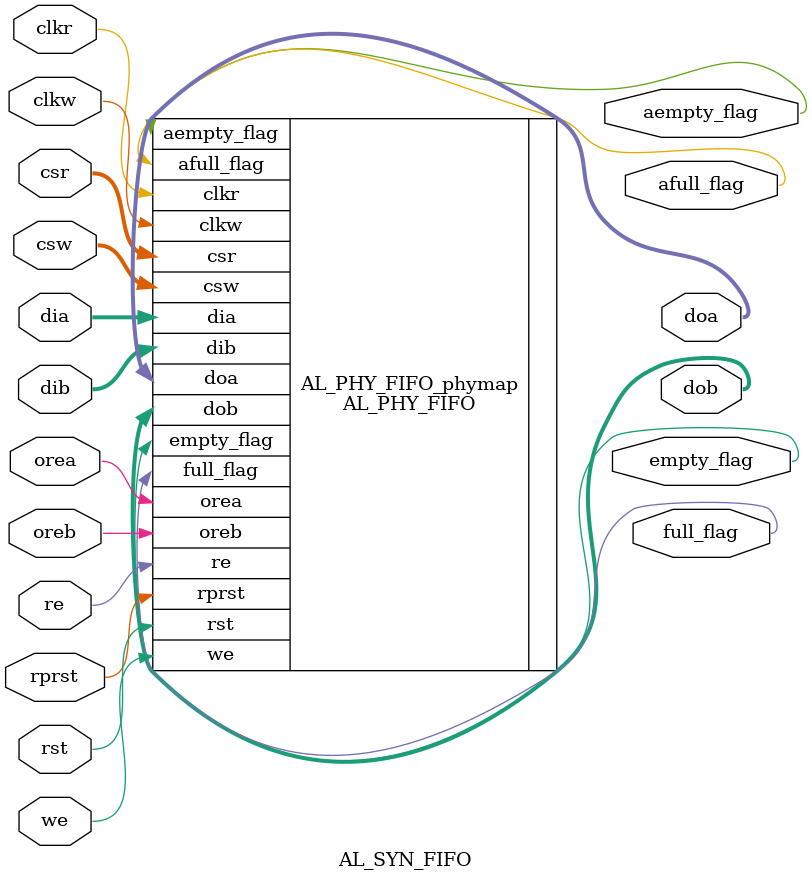
<source format=v>
module AL_SYN_FIFO (
		rst, 
            // write port
            dia,dib, csw, we, clkw, 
            // read port
            dob,doa, csr, re, clkr, rprst, orea,oreb,
            // output flag
            empty_flag, aempty_flag, afull_flag, full_flag);



input    [8:0] dia,dib;
input    [2:0] csr;
input    [2:0] csw;
input    we, re, clkw, clkr, rst, rprst,orea,oreb;
output   [8:0] dob,doa;
output   empty_flag, aempty_flag, afull_flag, full_flag;

   parameter  MODE = "FIFO8K";
   parameter  DATA_WIDTH_W = "18"; // 1,2,4,9,18
   parameter  DATA_WIDTH_R = "18"; // 1,2,4,9,18
   parameter  REGMODE   = "NOREG"; //NOREG, OUTREG
   parameter  AE_POINTER   = "0b00000001110000";  
   parameter  AF_POINTER   = "0b01111110000000";
   parameter  FULL_POINTER = "0b01111111110000";
   parameter  GSR = "ENABLE";  //DISABLE, ENABLE
   parameter  RESETMODE = "ASYNC"; //SYNC, ASYNC
   parameter  ASYNC_RESET_RELEASE = "SYNC";  //SYNC, ASYNC
   
// INPUT INV MUX PARAMETER : "0","1","INV","SIG"
   parameter WE    = "SIG";    
   parameter RE    = "SIG";    
   parameter OREA  = "SIG";  
   parameter OREB  = "SIG";  
   parameter RST   = "SIG";  
   parameter RPRST = "SIG";
   parameter CLKW  = "SIG"; 
   parameter CLKR  = "SIG"; 
   parameter CSW0  = "SIG"; 
   parameter CSW1  = "SIG"; 
   parameter CSW2  = "SIG"; 
   parameter CSR0  = "SIG"; 
   parameter CSR1  = "SIG"; 
   parameter CSR2  = "SIG"; 
	   
function [14:1] str2bin_14 (input [(14+2)*8-1:0] binstr);
   integer i, j;
   reg [1:8] ch;
   begin
      for (i=14; i>=1; i=i-1)
      begin
      for (j=1; j<=8; j=j+1)
         ch[j] = binstr[i*8-j];
      case (ch)
         "0" : str2bin_14[i] = 1'b0;
         "1" : str2bin_14[i] = 1'b1;
         default: str2bin_14[i] = 1'bx;
      endcase
      end
    end
  endfunction

localparam [13:0] AE = str2bin_14(AE_POINTER);
localparam [13:0] AF = str2bin_14(AF_POINTER);
localparam [13:0] F = str2bin_14(FULL_POINTER);


   localparam [13:0] AEP1 = 	(DATA_WIDTH_R == "1") ?  (AE + 5'b00001): 
   			(DATA_WIDTH_R == "2") ?  (AE + 5'b00010):
   			(DATA_WIDTH_R == "4") ?  (AE + 5'b00100):
   			(DATA_WIDTH_R == "9") ?  (AE + 5'b01000):
   			(DATA_WIDTH_R == "18") ? (AE + 5'b10000): 14'b0;
			
   localparam [13:0] AFM1 = 	(DATA_WIDTH_W == "1") ?  (AF - 5'b00001): 
   			(DATA_WIDTH_W == "2") ?  (AF - 5'b00010):
   			(DATA_WIDTH_W == "4") ?  (AF - 5'b00100):
   			(DATA_WIDTH_W == "9") ?  (AF - 5'b01000):
   			(DATA_WIDTH_W == "18") ? (AF - 5'b10000): 14'b0;
      			
   localparam [13:0] FM1 = 	(DATA_WIDTH_W == "1") ?  (F - 5'b00001): 
   			(DATA_WIDTH_W == "2") ?  (F - 5'b00010):
   			(DATA_WIDTH_W == "4") ?  (F - 5'b00100):
   			(DATA_WIDTH_W == "9") ?  (F - 5'b01000):
   			(DATA_WIDTH_W == "18") ? (F - 5'b10000): 14'b0;   
   localparam [4:0] E = 5'b00000;   			
   localparam [5:0] EP1 = (DATA_WIDTH_R == "1") ?  (E + 5'b00001): 
   			(DATA_WIDTH_R == "2") ?  (E + 5'b00010):
   			(DATA_WIDTH_R == "4") ?  (E + 5'b00100):
   			(DATA_WIDTH_R == "9") ?  (E + 5'b01000):
   			(DATA_WIDTH_R == "18") ? (E + 5'b10000): 6'b0;    





      
   AL_PHY_FIFO #(
   	.MODE("FIFO8K"),
   	.GSR(GSR),
   	.RESETMODE(RESETMODE),  
        .ASYNC_RESET_RELEASE(ASYNC_RESET_RELEASE), 
        .REGMODE_A(REGMODE),
        .REGMODE_B(REGMODE),
        .DATA_WIDTH_A(DATA_WIDTH_W),
        .DATA_WIDTH_B(DATA_WIDTH_R),
        .AE(AE),
        .AEP1(AEP1),
        .AF(AF),
        .AFM1(AFM1),
        .F(F),
        .FM1(FM1),
        .E(E),
        .EP1(EP1),
        .CEA(WE),
	.CEB(RE),
	.OCEA(OREA),
	.OCEB(OREB),
	.RSTA(RST),
	.RSTB(RPRST),
	.CLKA(CLKW),
	.CLKB(CLKR),
	.WEA ("SIG"),
	.WEB ("SIG"),
	.CSA0(CSW0),
	.CSA1(CSW1),
	.CSA2(CSW2),
	.CSB0(CSR0),
	.CSB1(CSR1),
	.CSB2(CSR2) 
        ) 

        AL_PHY_FIFO_phymap(
        	.rst(rst), 
            // write port
            .dia(dia),
            .dib(dib), 
            .csw(csw), 
            .we(we), 
            .clkw(clkw), 
            // read port
            .dob(dob),
            .doa(doa), 
            .csr(csr), 
            .re(re), 
            .clkr(clkr), 
            .rprst(rprst), 
            .orea(orea), 
            .oreb(oreb),
            // output flag
            .empty_flag(empty_flag), 
            .aempty_flag(aempty_flag), 
            .afull_flag(afull_flag), 
            .full_flag(full_flag)               
        );

endmodule

</source>
